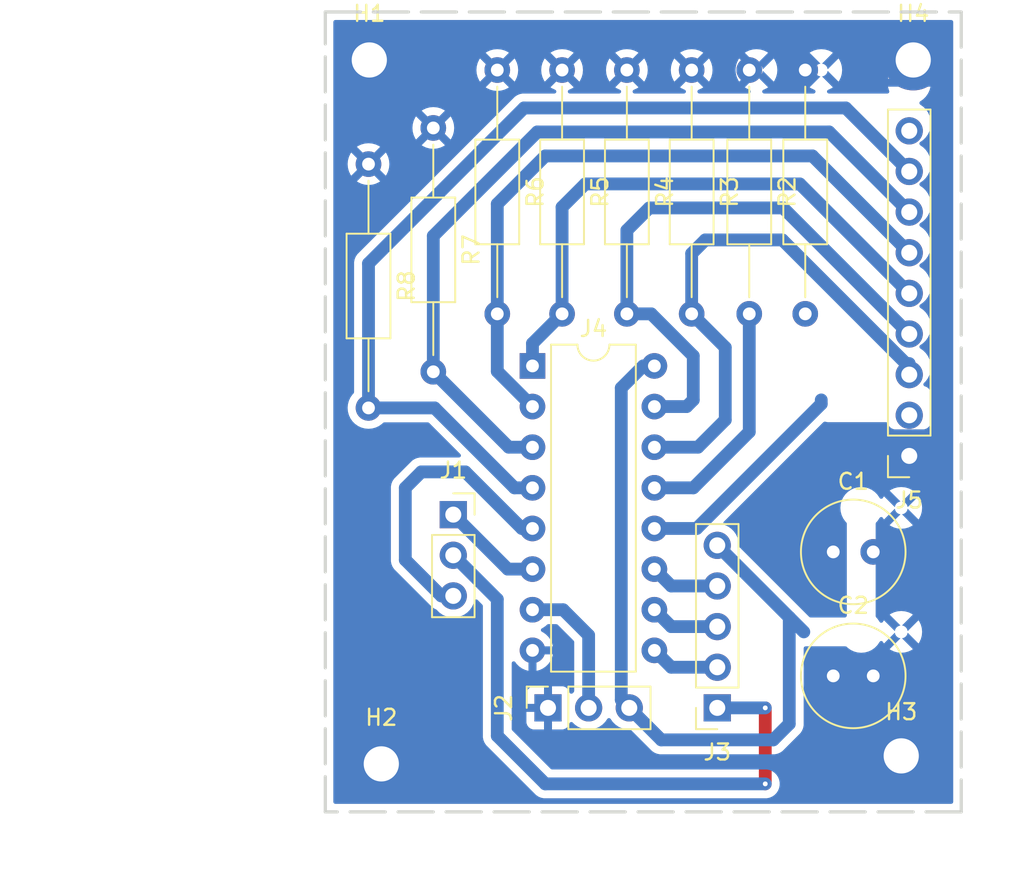
<source format=kicad_pcb>
(kicad_pcb (version 20240108) (generator "pcbnew") (generator_version "8.0")
  (layers (0 "F.Cu" signal) (31 "B.Cu" signal) (34 "B.Paste" user) (35 "F.Paste" user) (36 "B.SilkS" user "B.Silkscreen") (37 "F.SilkS" user "F.Silkscreen") (38 "B.Mask" user) (39 "F.Mask" user) (44 "Edge.Cuts" user))
  (net 0 "")
  (net 1 "GND")
  (net 2 "Net-(J1-Pin_2)")
  (net 3 "Net-(J1-Pin_1)")
  (net 4 "Net-(J1-Pin_3)")
  (net 5 "Net-(J2-Pin_2)")
  (net 6 "Net-(J3-Pin_2)")
  (net 7 "Net-(J3-Pin_3)")
  (net 8 "Net-(J3-Pin_4)")
  (net 9 "Net-(J4-Pin_14)")
  (net 10 "Net-(J4-Pin_3)")
  (net 11 "Net-(J4-Pin_13)")
  (net 12 "Net-(J4-Pin_4)")
  (net 13 "Net-(J4-Pin_1)")
  (net 14 "Net-(J4-Pin_2)")
  (net 15 "Net-(J4-Pin_15)")
  (net 16 "Net-(J4-Pin_12)")
  (net 17 "+5V")
  (footprint "MountingHole:MountingHole_2.2mm_M2_DIN965_Pad" (layer "F.Cu") (at 122 62.5)
    (property "Reference" "H4" (at 0 -2.9 0) (layer "F.SilkS"))
    (property "Value" "MountingHole_Pad")
    (pad "1" thru_hole circle (at 0 0) (size 3.8 3.8) (drill 2.2) (layers "*.Cu" "*.Mask") (net 1 "GND"))
  )
  (footprint "Capacitor_THT:C_Radial_D6.3mm_H7.0mm_P2.50mm" (layer "F.Cu") (at 117 93.25)
    (property "Reference" "C1" (at 1.25 -4.4 360) (layer "F.SilkS"))
    (property "Value" "C")
    (fp_circle (center 1.25 0) (end 4.52 0) (stroke (width 0.12)) (fill none) (layer "F.SilkS"))
    (pad "1" thru_hole circle (at 0 0) (size 1.6 1.6) (drill 0.8) (layers "*.Cu" "*.Mask") (net 17 "+5V"))
    (pad "2" thru_hole circle (at 2.5 0) (size 1.6 1.6) (drill 0.8) (layers "*.Cu" "*.Mask") (net 1 "GND"))
  )
  (footprint "Capacitor_THT:C_Radial_D6.3mm_H7.0mm_P2.50mm" (layer "F.Cu") (at 117 101)
    (property "Reference" "C2" (at 1.25 -4.4 360) (layer "F.SilkS"))
    (property "Value" "C")
    (fp_circle (center 1.25 0) (end 4.52 0) (stroke (width 0.12)) (fill none) (layer "F.SilkS"))
    (pad "1" thru_hole circle (at 0 0) (size 1.6 1.6) (drill 0.8) (layers "*.Cu" "*.Mask") (net 17 "+5V"))
    (pad "2" thru_hole circle (at 2.5 0) (size 1.6 1.6) (drill 0.8) (layers "*.Cu" "*.Mask") (net 1 "GND"))
  )
  (footprint "Resistor_THT:R_Axial_DIN0207_L6.3mm_D2.5mm_P15.24mm_Horizontal" (layer "F.Cu") (at 115.25 63.13 -90)
    (property "Reference" "R1" (hide yes))
    (property "Value" "R_US")
    (fp_line (start 4.35 1.37) (end 10.89 1.37) (stroke (width 0.12)) (layer "F.SilkS"))
    (fp_line (start 10.89 1.37) (end 10.89 -1.37) (stroke (width 0.12)) (layer "F.SilkS"))
    (fp_line (start 1.04 0) (end 4.35 0) (stroke (width 0.12)) (layer "F.SilkS"))
    (fp_line (start 14.2 0) (end 10.89 0) (stroke (width 0.12)) (layer "F.SilkS"))
    (fp_line (start 4.35 -1.37) (end 4.35 1.37) (stroke (width 0.12)) (layer "F.SilkS"))
    (fp_line (start 10.89 -1.37) (end 4.35 -1.37) (stroke (width 0.12)) (layer "F.SilkS"))
    (pad "1" thru_hole circle (at 0 0 270) (size 1.6 1.6) (drill 0.8) (layers "*.Cu" "*.Mask") (net 1 "GND"))
    (pad "2" thru_hole oval (at 15.24 0 270) (size 1.6 1.6) (drill 0.8) (layers "*.Cu" "*.Mask") (net 16 "Net-(J4-Pin_12)"))
  )
  (footprint "Package_DIP:DIP-16_W7.62mm" (layer "F.Cu") (at 98.2 81.625)
    (property "Reference" "J4" (at 3.81 -2.33 360) (layer "F.SilkS"))
    (property "Value" "74HC251")
    (fp_line (start 1.16 -1.33) (end 1.16 19.11) (stroke (width 0.12)) (layer "F.SilkS"))
    (fp_line (start 1.16 19.11) (end 6.46 19.11) (stroke (width 0.12)) (layer "F.SilkS"))
    (fp_line (start 2.81 -1.33) (end 1.16 -1.33) (stroke (width 0.12)) (layer "F.SilkS"))
    (fp_line (start 6.46 -1.33) (end 4.81 -1.33) (stroke (width 0.12)) (layer "F.SilkS"))
    (fp_line (start 6.46 19.11) (end 6.46 -1.33) (stroke (width 0.12)) (layer "F.SilkS"))
    (fp_arc (start 4.81 -1.33) (mid 3.81 -0.33) (end 2.81 -1.33) (stroke (width 0.12)) (layer "F.SilkS"))
    (pad "1" thru_hole rect (at 0 0) (size 1.6 1.6) (drill 0.8) (layers "*.Cu" "*.Mask") (net 13 "Net-(J4-Pin_1)"))
    (pad "2" thru_hole oval (at 0 2.54) (size 1.6 1.6) (drill 0.8) (layers "*.Cu" "*.Mask") (net 14 "Net-(J4-Pin_2)"))
    (pad "3" thru_hole oval (at 0 5.08) (size 1.6 1.6) (drill 0.8) (layers "*.Cu" "*.Mask") (net 10 "Net-(J4-Pin_3)"))
    (pad "4" thru_hole oval (at 0 7.62) (size 1.6 1.6) (drill 0.8) (layers "*.Cu" "*.Mask") (net 12 "Net-(J4-Pin_4)"))
    (pad "5" thru_hole oval (at 0 10.16) (size 1.6 1.6) (drill 0.8) (layers "*.Cu" "*.Mask") (net 4 "Net-(J1-Pin_3)"))
    (pad "6" thru_hole oval (at 0 12.7) (size 1.6 1.6) (drill 0.8) (layers "*.Cu" "*.Mask") (net 3 "Net-(J1-Pin_1)"))
    (pad "7" thru_hole oval (at 0 15.24) (size 1.6 1.6) (drill 0.8) (layers "*.Cu" "*.Mask") (net 5 "Net-(J2-Pin_2)"))
    (pad "8" thru_hole oval (at 0 17.78) (size 1.6 1.6) (drill 0.8) (layers "*.Cu" "*.Mask") (net 1 "GND"))
    (pad "9" thru_hole oval (at 7.62 17.78) (size 1.6 1.6) (drill 0.8) (layers "*.Cu" "*.Mask") (net 6 "Net-(J3-Pin_2)"))
    (pad "10" thru_hole oval (at 7.62 15.24) (size 1.6 1.6) (drill 0.8) (layers "*.Cu" "*.Mask") (net 7 "Net-(J3-Pin_3)"))
    (pad "11" thru_hole oval (at 7.62 12.7) (size 1.6 1.6) (drill 0.8) (layers "*.Cu" "*.Mask") (net 8 "Net-(J3-Pin_4)"))
    (pad "12" thru_hole oval (at 7.62 10.16) (size 1.6 1.6) (drill 0.8) (layers "*.Cu" "*.Mask") (net 16 "Net-(J4-Pin_12)"))
    (pad "13" thru_hole oval (at 7.62 7.62) (size 1.6 1.6) (drill 0.8) (layers "*.Cu" "*.Mask") (net 11 "Net-(J4-Pin_13)"))
    (pad "14" thru_hole oval (at 7.62 5.08) (size 1.6 1.6) (drill 0.8) (layers "*.Cu" "*.Mask") (net 9 "Net-(J4-Pin_14)"))
    (pad "15" thru_hole oval (at 7.62 2.54) (size 1.6 1.6) (drill 0.8) (layers "*.Cu" "*.Mask") (net 15 "Net-(J4-Pin_15)"))
    (pad "16" thru_hole oval (at 7.62 0) (size 1.6 1.6) (drill 0.8) (layers "*.Cu" "*.Mask") (net 17 "+5V"))
  )
  (footprint "Resistor_THT:R_Axial_DIN0207_L6.3mm_D2.5mm_P15.24mm_Horizontal" (layer "F.Cu") (at 108.15 63.13 -90)
    (property "Reference" "R3" (at 7.62 -2.37 -90) (layer "F.SilkS"))
    (property "Value" "R_US")
    (fp_line (start 4.35 1.37) (end 10.89 1.37) (stroke (width 0.12)) (layer "F.SilkS"))
    (fp_line (start 10.89 1.37) (end 10.89 -1.37) (stroke (width 0.12)) (layer "F.SilkS"))
    (fp_line (start 1.04 0) (end 4.35 0) (stroke (width 0.12)) (layer "F.SilkS"))
    (fp_line (start 14.2 0) (end 10.89 0) (stroke (width 0.12)) (layer "F.SilkS"))
    (fp_line (start 4.35 -1.37) (end 4.35 1.37) (stroke (width 0.12)) (layer "F.SilkS"))
    (fp_line (start 10.89 -1.37) (end 4.35 -1.37) (stroke (width 0.12)) (layer "F.SilkS"))
    (pad "1" thru_hole circle (at 0 0 270) (size 1.6 1.6) (drill 0.8) (layers "*.Cu" "*.Mask") (net 1 "GND"))
    (pad "2" thru_hole oval (at 15.24 0 270) (size 1.6 1.6) (drill 0.8) (layers "*.Cu" "*.Mask") (net 9 "Net-(J4-Pin_14)"))
  )
  (footprint "Resistor_THT:R_Axial_DIN0207_L6.3mm_D2.5mm_P15.24mm_Horizontal" (layer "F.Cu") (at 100.05 63.13 -90)
    (property "Reference" "R5" (at 7.62 -2.37 -90) (layer "F.SilkS"))
    (property "Value" "R_US")
    (fp_line (start 4.35 1.37) (end 10.89 1.37) (stroke (width 0.12)) (layer "F.SilkS"))
    (fp_line (start 10.89 1.37) (end 10.89 -1.37) (stroke (width 0.12)) (layer "F.SilkS"))
    (fp_line (start 1.04 0) (end 4.35 0) (stroke (width 0.12)) (layer "F.SilkS"))
    (fp_line (start 14.2 0) (end 10.89 0) (stroke (width 0.12)) (layer "F.SilkS"))
    (fp_line (start 4.35 -1.37) (end 4.35 1.37) (stroke (width 0.12)) (layer "F.SilkS"))
    (fp_line (start 10.89 -1.37) (end 4.35 -1.37) (stroke (width 0.12)) (layer "F.SilkS"))
    (pad "1" thru_hole circle (at 0 0 270) (size 1.6 1.6) (drill 0.8) (layers "*.Cu" "*.Mask") (net 1 "GND"))
    (pad "2" thru_hole oval (at 15.24 0 270) (size 1.6 1.6) (drill 0.8) (layers "*.Cu" "*.Mask") (net 13 "Net-(J4-Pin_1)"))
  )
  (footprint "Connector_PinSocket_2.54mm:PinSocket_1x03_P2.54mm_Vertical" (layer "F.Cu") (at 93.25 90.92)
    (property "Reference" "J1" (at 0 -2.77 0) (layer "F.SilkS"))
    (property "Value" "Conn_01x03" (hide yes))
    (fp_line (start -1.33 1.27) (end -1.33 6.41) (stroke (width 0.12)) (layer "F.SilkS"))
    (fp_line (start -1.33 1.27) (end 1.33 1.27) (stroke (width 0.12)) (layer "F.SilkS"))
    (fp_line (start -1.33 6.41) (end 1.33 6.41) (stroke (width 0.12)) (layer "F.SilkS"))
    (fp_line (start 0 -1.33) (end 1.33 -1.33) (stroke (width 0.12)) (layer "F.SilkS"))
    (fp_line (start 1.33 -1.33) (end 1.33 0) (stroke (width 0.12)) (layer "F.SilkS"))
    (fp_line (start 1.33 1.27) (end 1.33 6.41) (stroke (width 0.12)) (layer "F.SilkS"))
    (pad "1" thru_hole rect (at 0 0) (size 1.7 1.7) (drill 1) (layers "*.Cu" "*.Mask") (net 3 "Net-(J1-Pin_1)"))
    (pad "2" thru_hole oval (at 0 2.54) (size 1.7 1.7) (drill 1) (layers "*.Cu" "*.Mask") (net 2 "Net-(J1-Pin_2)"))
    (pad "3" thru_hole oval (at 0 5.08) (size 1.7 1.7) (drill 1) (layers "*.Cu" "*.Mask") (net 4 "Net-(J1-Pin_3)"))
  )
  (footprint "Connector_PinSocket_2.54mm:PinSocket_1x03_P2.54mm_Vertical" (layer "F.Cu") (at 99.17 103 90)
    (property "Reference" "J2" (at 0 -2.77 90) (layer "F.SilkS"))
    (property "Value" "Conn_01x03")
    (fp_line (start 1.33 -1.33) (end 1.33 0) (stroke (width 0.12)) (layer "F.SilkS"))
    (fp_line (start 0 -1.33) (end 1.33 -1.33) (stroke (width 0.12)) (layer "F.SilkS"))
    (fp_line (start 1.33 1.27) (end 1.33 6.41) (stroke (width 0.12)) (layer "F.SilkS"))
    (fp_line (start -1.33 1.27) (end 1.33 1.27) (stroke (width 0.12)) (layer "F.SilkS"))
    (fp_line (start -1.33 1.27) (end -1.33 6.41) (stroke (width 0.12)) (layer "F.SilkS"))
    (fp_line (start -1.33 6.41) (end 1.33 6.41) (stroke (width 0.12)) (layer "F.SilkS"))
    (pad "1" thru_hole rect (at 0 0 90) (size 1.7 1.7) (drill 1) (layers "*.Cu" "*.Mask") (net 1 "GND"))
    (pad "2" thru_hole oval (at 0 2.54 90) (size 1.7 1.7) (drill 1) (layers "*.Cu" "*.Mask") (net 5 "Net-(J2-Pin_2)"))
    (pad "3" thru_hole oval (at 0 5.08 90) (size 1.7 1.7) (drill 1) (layers "*.Cu" "*.Mask") (net 17 "+5V"))
  )
  (footprint "MountingHole:MountingHole_2.2mm_M2_DIN965_Pad" (layer "F.Cu") (at 88 62.5)
    (property "Reference" "H1" (at 0 -2.9 0) (layer "F.SilkS"))
    (property "Value" "MountingHole_Pad")
    (pad "1" thru_hole circle (at 0 0) (size 3.8 3.8) (drill 2.2) (layers "*.Cu" "*.Mask") (net 1 "GND"))
  )
  (footprint "Resistor_THT:R_Axial_DIN0207_L6.3mm_D2.5mm_P15.24mm_Horizontal" (layer "F.Cu") (at 87.95 69.01 -90)
    (property "Reference" "R8" (at 7.62 -2.37 -90) (layer "F.SilkS"))
    (property "Value" "R_US")
    (fp_line (start 4.35 1.37) (end 10.89 1.37) (stroke (width 0.12)) (layer "F.SilkS"))
    (fp_line (start 10.89 1.37) (end 10.89 -1.37) (stroke (width 0.12)) (layer "F.SilkS"))
    (fp_line (start 1.04 0) (end 4.35 0) (stroke (width 0.12)) (layer "F.SilkS"))
    (fp_line (start 14.2 0) (end 10.89 0) (stroke (width 0.12)) (layer "F.SilkS"))
    (fp_line (start 4.35 -1.37) (end 4.35 1.37) (stroke (width 0.12)) (layer "F.SilkS"))
    (fp_line (start 10.89 -1.37) (end 4.35 -1.37) (stroke (width 0.12)) (layer "F.SilkS"))
    (pad "1" thru_hole circle (at 0 0 270) (size 1.6 1.6) (drill 0.8) (layers "*.Cu" "*.Mask") (net 1 "GND"))
    (pad "2" thru_hole oval (at 15.24 0 270) (size 1.6 1.6) (drill 0.8) (layers "*.Cu" "*.Mask") (net 12 "Net-(J4-Pin_4)"))
  )
  (footprint "Resistor_THT:R_Axial_DIN0207_L6.3mm_D2.5mm_P15.24mm_Horizontal" (layer "F.Cu") (at 96 63.13 -90)
    (property "Reference" "R6" (at 7.62 -2.37 -90) (layer "F.SilkS"))
    (property "Value" "R_US")
    (fp_line (start 4.35 1.37) (end 10.89 1.37) (stroke (width 0.12)) (layer "F.SilkS"))
    (fp_line (start 10.89 1.37) (end 10.89 -1.37) (stroke (width 0.12)) (layer "F.SilkS"))
    (fp_line (start 1.04 0) (end 4.35 0) (stroke (width 0.12)) (layer "F.SilkS"))
    (fp_line (start 14.2 0) (end 10.89 0) (stroke (width 0.12)) (layer "F.SilkS"))
    (fp_line (start 4.35 -1.37) (end 4.35 1.37) (stroke (width 0.12)) (layer "F.SilkS"))
    (fp_line (start 10.89 -1.37) (end 4.35 -1.37) (stroke (width 0.12)) (layer "F.SilkS"))
    (pad "1" thru_hole circle (at 0 0 270) (size 1.6 1.6) (drill 0.8) (layers "*.Cu" "*.Mask") (net 1 "GND"))
    (pad "2" thru_hole oval (at 15.24 0 270) (size 1.6 1.6) (drill 0.8) (layers "*.Cu" "*.Mask") (net 14 "Net-(J4-Pin_2)"))
  )
  (footprint "Resistor_THT:R_Axial_DIN0207_L6.3mm_D2.5mm_P15.24mm_Horizontal" (layer "F.Cu") (at 104.1 63.13 -90)
    (property "Reference" "R4" (at 7.62 -2.37 -90) (layer "F.SilkS"))
    (property "Value" "R_US")
    (fp_line (start 4.35 1.37) (end 10.89 1.37) (stroke (width 0.12)) (layer "F.SilkS"))
    (fp_line (start 10.89 1.37) (end 10.89 -1.37) (stroke (width 0.12)) (layer "F.SilkS"))
    (fp_line (start 1.04 0) (end 4.35 0) (stroke (width 0.12)) (layer "F.SilkS"))
    (fp_line (start 14.2 0) (end 10.89 0) (stroke (width 0.12)) (layer "F.SilkS"))
    (fp_line (start 4.35 -1.37) (end 4.35 1.37) (stroke (width 0.12)) (layer "F.SilkS"))
    (fp_line (start 10.89 -1.37) (end 4.35 -1.37) (stroke (width 0.12)) (layer "F.SilkS"))
    (pad "1" thru_hole circle (at 0 0 270) (size 1.6 1.6) (drill 0.8) (layers "*.Cu" "*.Mask") (net 1 "GND"))
    (pad "2" thru_hole oval (at 15.24 0 270) (size 1.6 1.6) (drill 0.8) (layers "*.Cu" "*.Mask") (net 15 "Net-(J4-Pin_15)"))
  )
  (footprint "MountingHole:MountingHole_2.2mm_M2_DIN965_Pad" (layer "F.Cu") (at 88.75 106.5)
    (property "Reference" "H2" (at 0 -2.9 0) (layer "F.SilkS"))
    (property "Value" "MountingHole_Pad")
    (pad "1" thru_hole circle (at 0 0) (size 3.8 3.8) (drill 2.2) (layers "*.Cu" "*.Mask") (net 1 "GND"))
  )
  (footprint "Resistor_THT:R_Axial_DIN0207_L6.3mm_D2.5mm_P15.24mm_Horizontal" (layer "F.Cu") (at 92 66.75 -90)
    (property "Reference" "R7" (at 7.62 -2.37 -90) (layer "F.SilkS"))
    (property "Value" "R_US")
    (fp_line (start 4.35 1.37) (end 10.89 1.37) (stroke (width 0.12)) (layer "F.SilkS"))
    (fp_line (start 10.89 1.37) (end 10.89 -1.37) (stroke (width 0.12)) (layer "F.SilkS"))
    (fp_line (start 1.04 0) (end 4.35 0) (stroke (width 0.12)) (layer "F.SilkS"))
    (fp_line (start 14.2 0) (end 10.89 0) (stroke (width 0.12)) (layer "F.SilkS"))
    (fp_line (start 4.35 -1.37) (end 4.35 1.37) (stroke (width 0.12)) (layer "F.SilkS"))
    (fp_line (start 10.89 -1.37) (end 4.35 -1.37) (stroke (width 0.12)) (layer "F.SilkS"))
    (pad "1" thru_hole circle (at 0 0 270) (size 1.6 1.6) (drill 0.8) (layers "*.Cu" "*.Mask") (net 1 "GND"))
    (pad "2" thru_hole oval (at 15.24 0 270) (size 1.6 1.6) (drill 0.8) (layers "*.Cu" "*.Mask") (net 10 "Net-(J4-Pin_3)"))
  )
  (footprint "Resistor_THT:R_Axial_DIN0207_L6.3mm_D2.5mm_P15.24mm_Horizontal" (layer "F.Cu") (at 111.75 63.13 -90)
    (property "Reference" "R2" (at 7.62 -2.37 -90) (layer "F.SilkS"))
    (property "Value" "R_US")
    (fp_line (start 4.35 1.37) (end 10.89 1.37) (stroke (width 0.12)) (layer "F.SilkS"))
    (fp_line (start 10.89 1.37) (end 10.89 -1.37) (stroke (width 0.12)) (layer "F.SilkS"))
    (fp_line (start 1.04 0) (end 4.35 0) (stroke (width 0.12)) (layer "F.SilkS"))
    (fp_line (start 14.2 0) (end 10.89 0) (stroke (width 0.12)) (layer "F.SilkS"))
    (fp_line (start 4.35 -1.37) (end 4.35 1.37) (stroke (width 0.12)) (layer "F.SilkS"))
    (fp_line (start 10.89 -1.37) (end 4.35 -1.37) (stroke (width 0.12)) (layer "F.SilkS"))
    (pad "1" thru_hole circle (at 0 0 270) (size 1.6 1.6) (drill 0.8) (layers "*.Cu" "*.Mask") (net 1 "GND"))
    (pad "2" thru_hole oval (at 15.24 0 270) (size 1.6 1.6) (drill 0.8) (layers "*.Cu" "*.Mask") (net 11 "Net-(J4-Pin_13)"))
  )
  (footprint "Connector_PinSocket_2.54mm:PinSocket_1x09_P2.54mm_Vertical" (layer "F.Cu") (at 121.75 87.25 180)
    (property "Reference" "J5" (at 0 -2.77 360) (layer "F.SilkS"))
    (property "Value" "Conn_01x09")
    (fp_line (start 1.33 1.27) (end 1.33 21.65) (stroke (width 0.12)) (layer "F.SilkS"))
    (fp_line (start 1.33 -1.33) (end 1.33 0) (stroke (width 0.12)) (layer "F.SilkS"))
    (fp_line (start 0 -1.33) (end 1.33 -1.33) (stroke (width 0.12)) (layer "F.SilkS"))
    (fp_line (start -1.33 21.65) (end 1.33 21.65) (stroke (width 0.12)) (layer "F.SilkS"))
    (fp_line (start -1.33 1.27) (end 1.33 1.27) (stroke (width 0.12)) (layer "F.SilkS"))
    (fp_line (start -1.33 1.27) (end -1.33 21.65) (stroke (width 0.12)) (layer "F.SilkS"))
    (pad "1" thru_hole rect (at 0 0 180) (size 1.7 1.7) (drill 1) (layers "*.Cu" "*.Mask") (net 16 "Net-(J4-Pin_12)"))
    (pad "2" thru_hole oval (at 0 2.54 180) (size 1.7 1.7) (drill 1) (layers "*.Cu" "*.Mask") (net 11 "Net-(J4-Pin_13)"))
    (pad "3" thru_hole oval (at 0 5.08 180) (size 1.7 1.7) (drill 1) (layers "*.Cu" "*.Mask") (net 9 "Net-(J4-Pin_14)"))
    (pad "4" thru_hole oval (at 0 7.62 180) (size 1.7 1.7) (drill 1) (layers "*.Cu" "*.Mask") (net 15 "Net-(J4-Pin_15)"))
    (pad "5" thru_hole oval (at 0 10.16 180) (size 1.7 1.7) (drill 1) (layers "*.Cu" "*.Mask") (net 13 "Net-(J4-Pin_1)"))
    (pad "6" thru_hole oval (at 0 12.7 180) (size 1.7 1.7) (drill 1) (layers "*.Cu" "*.Mask") (net 14 "Net-(J4-Pin_2)"))
    (pad "7" thru_hole oval (at 0 15.24 180) (size 1.7 1.7) (drill 1) (layers "*.Cu" "*.Mask") (net 10 "Net-(J4-Pin_3)"))
    (pad "8" thru_hole oval (at 0 17.78 180) (size 1.7 1.7) (drill 1) (layers "*.Cu" "*.Mask") (net 12 "Net-(J4-Pin_4)"))
    (pad "9" thru_hole oval (at 0 20.32 180) (size 1.7 1.7) (drill 1) (layers "*.Cu" "*.Mask") (net 1 "GND"))
  )
  (footprint "MountingHole:MountingHole_2.2mm_M2_DIN965_Pad" (layer "F.Cu") (at 121.25 106)
    (property "Reference" "H3" (at 0 -2.75 0) (layer "F.SilkS"))
    (property "Value" "MountingHole_Pad")
    (pad "1" thru_hole circle (at 0 0) (size 3.8 3.8) (drill 2.2) (layers "*.Cu" "*.Mask") (net 1 "GND"))
  )
  (footprint "Connector_PinSocket_2.54mm:PinSocket_1x05_P2.54mm_Vertical" (layer "F.Cu") (at 109.75 103 180)
    (property "Reference" "J3" (at 0 -2.77 360) (layer "F.SilkS"))
    (property "Value" "Conn_01x05" (hide yes))
    (fp_line (start 1.33 1.27) (end 1.33 11.49) (stroke (width 0.12)) (layer "F.SilkS"))
    (fp_line (start 1.33 -1.33) (end 1.33 0) (stroke (width 0.12)) (layer "F.SilkS"))
    (fp_line (start 0 -1.33) (end 1.33 -1.33) (stroke (width 0.12)) (layer "F.SilkS"))
    (fp_line (start -1.33 11.49) (end 1.33 11.49) (stroke (width 0.12)) (layer "F.SilkS"))
    (fp_line (start -1.33 1.27) (end 1.33 1.27) (stroke (width 0.12)) (layer "F.SilkS"))
    (fp_line (start -1.33 1.27) (end -1.33 11.49) (stroke (width 0.12)) (layer "F.SilkS"))
    (pad "1" thru_hole rect (at 0 0 180) (size 1.7 1.7) (drill 1) (layers "*.Cu" "*.Mask") (net 2 "Net-(J1-Pin_2)"))
    (pad "2" thru_hole oval (at 0 2.54 180) (size 1.7 1.7) (drill 1) (layers "*.Cu" "*.Mask") (net 6 "Net-(J3-Pin_2)"))
    (pad "3" thru_hole oval (at 0 5.08 180) (size 1.7 1.7) (drill 1) (layers "*.Cu" "*.Mask") (net 7 "Net-(J3-Pin_3)"))
    (pad "4" thru_hole oval (at 0 7.62 180) (size 1.7 1.7) (drill 1) (layers "*.Cu" "*.Mask") (net 8 "Net-(J3-Pin_4)"))
    (pad "5" thru_hole oval (at 0 10.16 180) (size 1.7 1.7) (drill 1) (layers "*.Cu" "*.Mask") (net 17 "+5V"))
  )
  (gr_rect (start 85.25 59.5) (end 125 109.5) (stroke (width 0.2) (type dash)) (fill none) (layer "Edge.Cuts"))
  (segment (start 112.75 103) (end 112.75 107.75) (width 0.8) (layer "F.Cu") (net 2))
  (via (at 112.75 107.75) (size 0.6) (drill 0.3) (layers "F.Cu" "B.Cu") (net 2))
  (via (at 112.75 103) (size 0.6) (drill 0.3) (layers "F.Cu" "B.Cu") (net 2))
  (segment (start 96 96.21) (end 96 104.75) (width 0.8) (layer "B.Cu") (net 2))
  (segment (start 109.75 103) (end 112.75 103) (width 0.8) (layer "B.Cu") (net 2))
  (segment (start 99 107.75) (end 112.75 107.75) (width 0.8) (layer "B.Cu") (net 2))
  (segment (start 93.25 93.46) (end 96 96.21) (width 0.8) (layer "B.Cu") (net 2))
  (segment (start 96 104.75) (end 99 107.75) (width 0.8) (layer "B.Cu") (net 2))
  (segment (start 96.655 94.325) (end 93.25 90.92) (width 0.8) (layer "B.Cu") (net 3))
  (segment (start 98.2 94.325) (end 96.655 94.325) (width 0.8) (layer "B.Cu") (net 3))
  (segment (start 94 88.25) (end 97.535 91.785) (width 0.8) (layer "B.Cu") (net 4))
  (segment (start 90.25 93.75) (end 90.25 89.25) (width 0.8) (layer "B.Cu") (net 4))
  (segment (start 98.2 91.785) (end 98.035 91.785) (width 0.8) (layer "B.Cu") (net 4))
  (segment (start 90.25 89.25) (end 91.25 88.25) (width 0.8) (layer "B.Cu") (net 4))
  (segment (start 91.25 88.25) (end 94 88.25) (width 0.8) (layer "B.Cu") (net 4))
  (segment (start 97.535 91.785) (end 98.2 91.785) (width 0.8) (layer "B.Cu") (net 4))
  (segment (start 92.5 96) (end 90.25 93.75) (width 0.8) (layer "B.Cu") (net 4))
  (segment (start 93.25 96) (end 92.5 96) (width 0.8) (layer "B.Cu") (net 4))
  (segment (start 101.71 98.46) (end 100.115 96.865) (width 0.8) (layer "B.Cu") (net 5))
  (segment (start 100.115 96.865) (end 98.2 96.865) (width 0.8) (layer "B.Cu") (net 5))
  (segment (start 101.71 103) (end 101.71 98.46) (width 0.8) (layer "B.Cu") (net 5))
  (segment (start 106.875 100.46) (end 105.82 99.405) (width 0.8) (layer "B.Cu") (net 6))
  (segment (start 109.75 100.46) (end 106.875 100.46) (width 0.8) (layer "B.Cu") (net 6))
  (segment (start 109.75 97.92) (end 106.875 97.92) (width 0.8) (layer "B.Cu") (net 7))
  (segment (start 106.875 97.92) (end 105.82 96.865) (width 0.8) (layer "B.Cu") (net 7))
  (segment (start 109.75 95.38) (end 106.875 95.38) (width 0.8) (layer "B.Cu") (net 8))
  (segment (start 106.875 95.38) (end 105.82 94.325) (width 0.8) (layer "B.Cu") (net 8))
  (segment (start 108.545 86.705) (end 110.25 85) (width 0.8) (layer "B.Cu") (net 9))
  (segment (start 110.25 80.47) (end 108.15 78.37) (width 0.8) (layer "B.Cu") (net 9))
  (segment (start 105.82 86.705) (end 108.545 86.705) (width 0.8) (layer "B.Cu") (net 9))
  (segment (start 110.25 85) (end 110.25 80.47) (width 0.8) (layer "B.Cu") (net 9))
  (segment (start 108.15 78.37) (end 108.15 74.6) (width 0.8) (layer "B.Cu") (net 9))
  (segment (start 121.75 81.68061) (end 121.75 82.17) (width 0.8) (layer "B.Cu") (net 9))
  (segment (start 108.15 74.6) (end 109 73.75) (width 0.8) (layer "B.Cu") (net 9))
  (segment (start 121.75 81.7) (end 121.75 81.475) (width 0.8) (layer "B.Cu") (net 9))
  (segment (start 109 73.75) (end 113.81939 73.75) (width 0.8) (layer "B.Cu") (net 9))
  (segment (start 113.81939 73.75) (end 121.75 81.68061) (width 0.8) (layer "B.Cu") (net 9))
  (segment (start 98.5 67) (end 92 73.5) (width 0.8) (layer "B.Cu") (net 10))
  (segment (start 116.74 67) (end 121.75 72.01) (width 0.8) (layer "B.Cu") (net 10))
  (segment (start 92 73.5) (end 92 81.99) (width 0.8) (layer "B.Cu") (net 10))
  (segment (start 96.715 86.705) (end 92 81.99) (width 0.8) (layer "B.Cu") (net 10))
  (segment (start 98.5 67) (end 116.74 67) (width 0.8) (layer "B.Cu") (net 10))
  (segment (start 98.2 86.705) (end 96.715 86.705) (width 0.8) (layer "B.Cu") (net 10))
  (segment (start 105.82 89.245) (end 108.255 89.245) (width 0.8) (layer "B.Cu") (net 11))
  (segment (start 111.75 85.75) (end 111.75 78.37) (width 0.8) (layer "B.Cu") (net 11))
  (segment (start 108.255 89.245) (end 111.75 85.75) (width 0.8) (layer "B.Cu") (net 11))
  (segment (start 121.75 69.47) (end 117.78 65.5) (width 0.8) (layer "B.Cu") (net 12))
  (segment (start 87.95 75.221572) (end 87.95 84.25) (width 0.8) (layer "B.Cu") (net 12))
  (segment (start 117.78 65.5) (end 97.671572 65.5) (width 0.8) (layer "B.Cu") (net 12))
  (segment (start 97.074214 89.245) (end 92.079214 84.25) (width 0.8) (layer "B.Cu") (net 12))
  (segment (start 97.671572 65.5) (end 87.95 75.221572) (width 0.8) (layer "B.Cu") (net 12))
  (segment (start 98.2 89.245) (end 97.074214 89.245) (width 0.8) (layer "B.Cu") (net 12))
  (segment (start 92.079214 84.25) (end 87.95 84.25) (width 0.8) (layer "B.Cu") (net 12))
  (segment (start 98.2 81.625) (end 98.2 80.22) (width 0.8) (layer "B.Cu") (net 13))
  (segment (start 100.05 78.37) (end 100.05 71.7) (width 0.8) (layer "B.Cu") (net 13))
  (segment (start 98.2 80.22) (end 100.05 78.37) (width 0.8) (layer "B.Cu") (net 13))
  (segment (start 114.91 70.25) (end 121.75 77.09) (width 0.8) (layer "B.Cu") (net 13))
  (segment (start 101.5 70.25) (end 114.91 70.25) (width 0.8) (layer "B.Cu") (net 13))
  (segment (start 100.05 71.7) (end 101.5 70.25) (width 0.8) (layer "B.Cu") (net 13))
  (segment (start 115.7 68.5) (end 121.75 74.55) (width 0.8) (layer "B.Cu") (net 14))
  (segment (start 99 68.5) (end 96 71.5) (width 0.8) (layer "B.Cu") (net 14))
  (segment (start 96 81.965) (end 96 78.37) (width 0.8) (layer "B.Cu") (net 14))
  (segment (start 99 68.5) (end 115.7 68.5) (width 0.8) (layer "B.Cu") (net 14))
  (segment (start 98.2 84.165) (end 96 81.965) (width 0.8) (layer "B.Cu") (net 14))
  (segment (start 96 71.5) (end 96 78.37) (width 0.8) (layer "B.Cu") (net 14))
  (segment (start 108.25 83.75) (end 108.25 81) (width 0.8) (layer "B.Cu") (net 15))
  (segment (start 105.5 71.75) (end 113.87 71.75) (width 0.8) (layer "B.Cu") (net 15))
  (segment (start 113.87 71.75) (end 121.75 79.63) (width 0.8) (layer "B.Cu") (net 15))
  (segment (start 105.62 78.37) (end 104.1 78.37) (width 0.8) (layer "B.Cu") (net 15))
  (segment (start 104.1 73.15) (end 105.5 71.75) (width 0.8) (layer "B.Cu") (net 15))
  (segment (start 108.25 81) (end 105.62 78.37) (width 0.8) (layer "B.Cu") (net 15))
  (segment (start 107.835 84.165) (end 108.25 83.75) (width 0.8) (layer "B.Cu") (net 15))
  (segment (start 105.82 84.165) (end 107.835 84.165) (width 0.8) (layer "B.Cu") (net 15))
  (segment (start 104.1 78.37) (end 104.1 73.15) (width 0.8) (layer "B.Cu") (net 15))
  (segment (start 116.25 84) (end 116.25 83.75) (width 0.8) (layer "B.Cu") (net 16))
  (segment (start 108.465 91.785) (end 116.25 84) (width 0.8) (layer "B.Cu") (net 16))
  (segment (start 105.82 91.785) (end 108.465 91.785) (width 0.8) (layer "B.Cu") (net 16))
  (segment (start 104.25 103) (end 103.75 102.5) (width 0.8) (layer "B.Cu") (net 17))
  (segment (start 115.16 98.25) (end 114.25 97.34) (width 0.8) (layer "B.Cu") (net 17))
  (segment (start 109.75 92.84) (end 114.25 97.34) (width 0.8) (layer "B.Cu") (net 17))
  (segment (start 105.125 81.625) (end 105.82 81.625) (width 0.8) (layer "B.Cu") (net 17))
  (segment (start 114.25 104) (end 113.25 105) (width 0.8) (layer "B.Cu") (net 17))
  (segment (start 106.25 105) (end 104.25 103) (width 0.8) (layer "B.Cu") (net 17))
  (segment (start 103.75 102.5) (end 103.75 83) (width 0.8) (layer "B.Cu") (net 17))
  (segment (start 103.75 83) (end 105.125 81.625) (width 0.8) (layer "B.Cu") (net 17))
  (segment (start 114.25 97.34) (end 114.25 104) (width 0.8) (layer "B.Cu") (net 17))
  (segment (start 113.25 105) (end 106.25 105) (width 0.8) (layer "B.Cu") (net 17))
  (zone (net 1) (net_name "GND") (layer "B.Cu") (connect_pads (clearance 0.5)) (min_thickness 0.25) (fill yes (thermal_gap 0.5) (thermal_bridge_width 0.5))
    (polygon (pts (xy 125 59.5) (xy 85.25 59.5) (xy 85.25 109.5) (xy 125 109.5)))
  )
)
</source>
